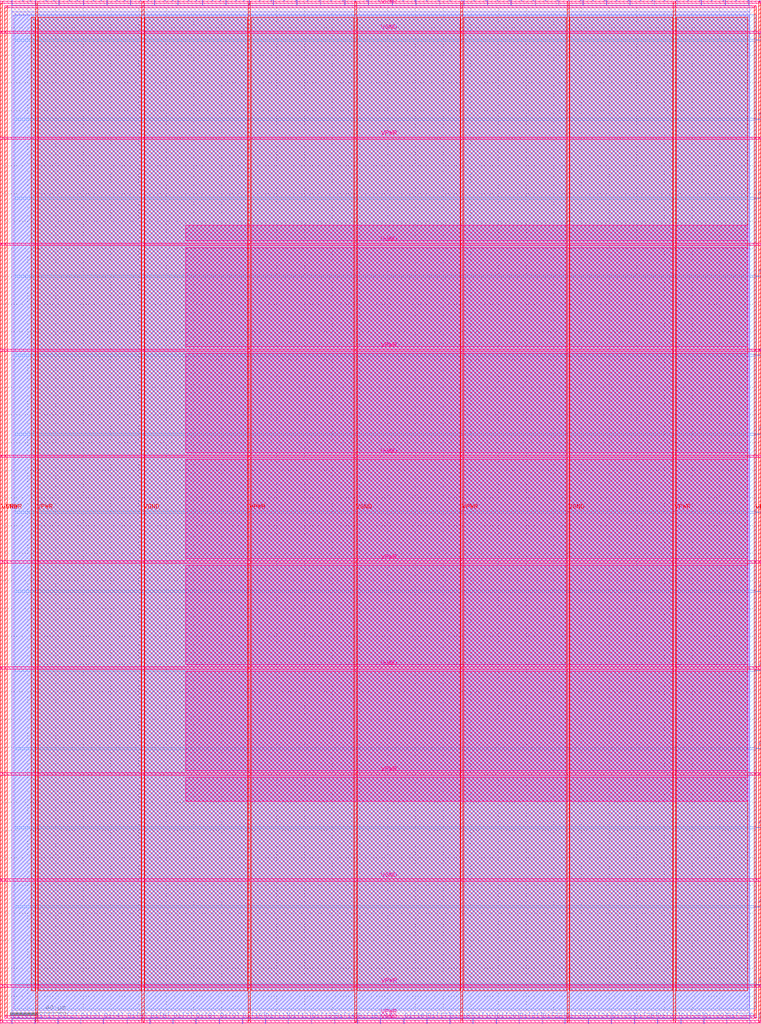
<source format=lef>
VERSION 5.7 ;
  NOWIREEXTENSIONATPIN ON ;
  DIVIDERCHAR "/" ;
  BUSBITCHARS "[]" ;
MACRO DFFRAM
  CLASS BLOCK ;
  FOREIGN DFFRAM ;
  ORIGIN 0.000 0.000 ;
  SIZE 550.000 BY 740.000 ;
  PIN A[0]
    DIRECTION INPUT ;
    USE SIGNAL ;
    PORT
      LAYER met3 ;
        RECT 546.000 27.920 550.000 28.520 ;
    END
  END A[0]
  PIN A[1]
    DIRECTION INPUT ;
    USE SIGNAL ;
    PORT
      LAYER met3 ;
        RECT 546.000 84.360 550.000 84.960 ;
    END
  END A[1]
  PIN A[2]
    DIRECTION INPUT ;
    USE SIGNAL ;
    PORT
      LAYER met3 ;
        RECT 546.000 141.480 550.000 142.080 ;
    END
  END A[2]
  PIN A[3]
    DIRECTION INPUT ;
    USE SIGNAL ;
    PORT
      LAYER met3 ;
        RECT 546.000 198.600 550.000 199.200 ;
    END
  END A[3]
  PIN A[4]
    DIRECTION INPUT ;
    USE SIGNAL ;
    PORT
      LAYER met3 ;
        RECT 546.000 255.040 550.000 255.640 ;
    END
  END A[4]
  PIN A[5]
    DIRECTION INPUT ;
    USE SIGNAL ;
    PORT
      LAYER met3 ;
        RECT 546.000 312.160 550.000 312.760 ;
    END
  END A[5]
  PIN A[6]
    DIRECTION INPUT ;
    USE SIGNAL ;
    PORT
      LAYER met3 ;
        RECT 546.000 369.280 550.000 369.880 ;
    END
  END A[6]
  PIN A[7]
    DIRECTION INPUT ;
    USE SIGNAL ;
    PORT
      LAYER met3 ;
        RECT 546.000 425.720 550.000 426.320 ;
    END
  END A[7]
  PIN CLK
    DIRECTION INPUT ;
    USE SIGNAL ;
    PORT
      LAYER met2 ;
        RECT 274.710 0.000 274.990 4.000 ;
    END
  END CLK
  PIN Di[0]
    DIRECTION INPUT ;
    USE SIGNAL ;
    PORT
      LAYER met2 ;
        RECT 8.370 0.000 8.650 4.000 ;
    END
  END Di[0]
  PIN Di[10]
    DIRECTION INPUT ;
    USE SIGNAL ;
    PORT
      LAYER met2 ;
        RECT 174.890 0.000 175.170 4.000 ;
    END
  END Di[10]
  PIN Di[11]
    DIRECTION INPUT ;
    USE SIGNAL ;
    PORT
      LAYER met2 ;
        RECT 191.450 0.000 191.730 4.000 ;
    END
  END Di[11]
  PIN Di[12]
    DIRECTION INPUT ;
    USE SIGNAL ;
    PORT
      LAYER met2 ;
        RECT 208.010 0.000 208.290 4.000 ;
    END
  END Di[12]
  PIN Di[13]
    DIRECTION INPUT ;
    USE SIGNAL ;
    PORT
      LAYER met2 ;
        RECT 225.030 0.000 225.310 4.000 ;
    END
  END Di[13]
  PIN Di[14]
    DIRECTION INPUT ;
    USE SIGNAL ;
    PORT
      LAYER met2 ;
        RECT 241.590 0.000 241.870 4.000 ;
    END
  END Di[14]
  PIN Di[15]
    DIRECTION INPUT ;
    USE SIGNAL ;
    PORT
      LAYER met2 ;
        RECT 258.150 0.000 258.430 4.000 ;
    END
  END Di[15]
  PIN Di[16]
    DIRECTION INPUT ;
    USE SIGNAL ;
    PORT
      LAYER met2 ;
        RECT 291.730 0.000 292.010 4.000 ;
    END
  END Di[16]
  PIN Di[17]
    DIRECTION INPUT ;
    USE SIGNAL ;
    PORT
      LAYER met2 ;
        RECT 308.290 0.000 308.570 4.000 ;
    END
  END Di[17]
  PIN Di[18]
    DIRECTION INPUT ;
    USE SIGNAL ;
    PORT
      LAYER met2 ;
        RECT 324.850 0.000 325.130 4.000 ;
    END
  END Di[18]
  PIN Di[19]
    DIRECTION INPUT ;
    USE SIGNAL ;
    PORT
      LAYER met2 ;
        RECT 341.410 0.000 341.690 4.000 ;
    END
  END Di[19]
  PIN Di[1]
    DIRECTION INPUT ;
    USE SIGNAL ;
    PORT
      LAYER met2 ;
        RECT 24.930 0.000 25.210 4.000 ;
    END
  END Di[1]
  PIN Di[20]
    DIRECTION INPUT ;
    USE SIGNAL ;
    PORT
      LAYER met2 ;
        RECT 358.430 0.000 358.710 4.000 ;
    END
  END Di[20]
  PIN Di[21]
    DIRECTION INPUT ;
    USE SIGNAL ;
    PORT
      LAYER met2 ;
        RECT 374.990 0.000 375.270 4.000 ;
    END
  END Di[21]
  PIN Di[22]
    DIRECTION INPUT ;
    USE SIGNAL ;
    PORT
      LAYER met2 ;
        RECT 391.550 0.000 391.830 4.000 ;
    END
  END Di[22]
  PIN Di[23]
    DIRECTION INPUT ;
    USE SIGNAL ;
    PORT
      LAYER met2 ;
        RECT 408.110 0.000 408.390 4.000 ;
    END
  END Di[23]
  PIN Di[24]
    DIRECTION INPUT ;
    USE SIGNAL ;
    PORT
      LAYER met2 ;
        RECT 425.130 0.000 425.410 4.000 ;
    END
  END Di[24]
  PIN Di[25]
    DIRECTION INPUT ;
    USE SIGNAL ;
    PORT
      LAYER met2 ;
        RECT 441.690 0.000 441.970 4.000 ;
    END
  END Di[25]
  PIN Di[26]
    DIRECTION INPUT ;
    USE SIGNAL ;
    PORT
      LAYER met2 ;
        RECT 458.250 0.000 458.530 4.000 ;
    END
  END Di[26]
  PIN Di[27]
    DIRECTION INPUT ;
    USE SIGNAL ;
    PORT
      LAYER met2 ;
        RECT 474.810 0.000 475.090 4.000 ;
    END
  END Di[27]
  PIN Di[28]
    DIRECTION INPUT ;
    USE SIGNAL ;
    PORT
      LAYER met2 ;
        RECT 491.830 0.000 492.110 4.000 ;
    END
  END Di[28]
  PIN Di[29]
    DIRECTION INPUT ;
    USE SIGNAL ;
    PORT
      LAYER met2 ;
        RECT 508.390 0.000 508.670 4.000 ;
    END
  END Di[29]
  PIN Di[2]
    DIRECTION INPUT ;
    USE SIGNAL ;
    PORT
      LAYER met2 ;
        RECT 41.490 0.000 41.770 4.000 ;
    END
  END Di[2]
  PIN Di[30]
    DIRECTION INPUT ;
    USE SIGNAL ;
    PORT
      LAYER met2 ;
        RECT 524.950 0.000 525.230 4.000 ;
    END
  END Di[30]
  PIN Di[31]
    DIRECTION INPUT ;
    USE SIGNAL ;
    PORT
      LAYER met2 ;
        RECT 541.510 0.000 541.790 4.000 ;
    END
  END Di[31]
  PIN Di[3]
    DIRECTION INPUT ;
    USE SIGNAL ;
    PORT
      LAYER met2 ;
        RECT 58.050 0.000 58.330 4.000 ;
    END
  END Di[3]
  PIN Di[4]
    DIRECTION INPUT ;
    USE SIGNAL ;
    PORT
      LAYER met2 ;
        RECT 74.610 0.000 74.890 4.000 ;
    END
  END Di[4]
  PIN Di[5]
    DIRECTION INPUT ;
    USE SIGNAL ;
    PORT
      LAYER met2 ;
        RECT 91.630 0.000 91.910 4.000 ;
    END
  END Di[5]
  PIN Di[6]
    DIRECTION INPUT ;
    USE SIGNAL ;
    PORT
      LAYER met2 ;
        RECT 108.190 0.000 108.470 4.000 ;
    END
  END Di[6]
  PIN Di[7]
    DIRECTION INPUT ;
    USE SIGNAL ;
    PORT
      LAYER met2 ;
        RECT 124.750 0.000 125.030 4.000 ;
    END
  END Di[7]
  PIN Di[8]
    DIRECTION INPUT ;
    USE SIGNAL ;
    PORT
      LAYER met2 ;
        RECT 141.310 0.000 141.590 4.000 ;
    END
  END Di[8]
  PIN Di[9]
    DIRECTION INPUT ;
    USE SIGNAL ;
    PORT
      LAYER met2 ;
        RECT 158.330 0.000 158.610 4.000 ;
    END
  END Di[9]
  PIN Do[0]
    DIRECTION OUTPUT TRISTATE ;
    USE SIGNAL ;
    PORT
      LAYER met2 ;
        RECT 8.370 736.000 8.650 740.000 ;
    END
  END Do[0]
  PIN Do[10]
    DIRECTION OUTPUT TRISTATE ;
    USE SIGNAL ;
    PORT
      LAYER met2 ;
        RECT 179.950 736.000 180.230 740.000 ;
    END
  END Do[10]
  PIN Do[11]
    DIRECTION OUTPUT TRISTATE ;
    USE SIGNAL ;
    PORT
      LAYER met2 ;
        RECT 197.430 736.000 197.710 740.000 ;
    END
  END Do[11]
  PIN Do[12]
    DIRECTION OUTPUT TRISTATE ;
    USE SIGNAL ;
    PORT
      LAYER met2 ;
        RECT 214.450 736.000 214.730 740.000 ;
    END
  END Do[12]
  PIN Do[13]
    DIRECTION OUTPUT TRISTATE ;
    USE SIGNAL ;
    PORT
      LAYER met2 ;
        RECT 231.470 736.000 231.750 740.000 ;
    END
  END Do[13]
  PIN Do[14]
    DIRECTION OUTPUT TRISTATE ;
    USE SIGNAL ;
    PORT
      LAYER met2 ;
        RECT 248.950 736.000 249.230 740.000 ;
    END
  END Do[14]
  PIN Do[15]
    DIRECTION OUTPUT TRISTATE ;
    USE SIGNAL ;
    PORT
      LAYER met2 ;
        RECT 265.970 736.000 266.250 740.000 ;
    END
  END Do[15]
  PIN Do[16]
    DIRECTION OUTPUT TRISTATE ;
    USE SIGNAL ;
    PORT
      LAYER met2 ;
        RECT 283.450 736.000 283.730 740.000 ;
    END
  END Do[16]
  PIN Do[17]
    DIRECTION OUTPUT TRISTATE ;
    USE SIGNAL ;
    PORT
      LAYER met2 ;
        RECT 300.470 736.000 300.750 740.000 ;
    END
  END Do[17]
  PIN Do[18]
    DIRECTION OUTPUT TRISTATE ;
    USE SIGNAL ;
    PORT
      LAYER met2 ;
        RECT 317.490 736.000 317.770 740.000 ;
    END
  END Do[18]
  PIN Do[19]
    DIRECTION OUTPUT TRISTATE ;
    USE SIGNAL ;
    PORT
      LAYER met2 ;
        RECT 334.970 736.000 335.250 740.000 ;
    END
  END Do[19]
  PIN Do[1]
    DIRECTION OUTPUT TRISTATE ;
    USE SIGNAL ;
    PORT
      LAYER met2 ;
        RECT 25.390 736.000 25.670 740.000 ;
    END
  END Do[1]
  PIN Do[20]
    DIRECTION OUTPUT TRISTATE ;
    USE SIGNAL ;
    PORT
      LAYER met2 ;
        RECT 351.990 736.000 352.270 740.000 ;
    END
  END Do[20]
  PIN Do[21]
    DIRECTION OUTPUT TRISTATE ;
    USE SIGNAL ;
    PORT
      LAYER met2 ;
        RECT 369.010 736.000 369.290 740.000 ;
    END
  END Do[21]
  PIN Do[22]
    DIRECTION OUTPUT TRISTATE ;
    USE SIGNAL ;
    PORT
      LAYER met2 ;
        RECT 386.490 736.000 386.770 740.000 ;
    END
  END Do[22]
  PIN Do[23]
    DIRECTION OUTPUT TRISTATE ;
    USE SIGNAL ;
    PORT
      LAYER met2 ;
        RECT 403.510 736.000 403.790 740.000 ;
    END
  END Do[23]
  PIN Do[24]
    DIRECTION OUTPUT TRISTATE ;
    USE SIGNAL ;
    PORT
      LAYER met2 ;
        RECT 420.990 736.000 421.270 740.000 ;
    END
  END Do[24]
  PIN Do[25]
    DIRECTION OUTPUT TRISTATE ;
    USE SIGNAL ;
    PORT
      LAYER met2 ;
        RECT 438.010 736.000 438.290 740.000 ;
    END
  END Do[25]
  PIN Do[26]
    DIRECTION OUTPUT TRISTATE ;
    USE SIGNAL ;
    PORT
      LAYER met2 ;
        RECT 455.030 736.000 455.310 740.000 ;
    END
  END Do[26]
  PIN Do[27]
    DIRECTION OUTPUT TRISTATE ;
    USE SIGNAL ;
    PORT
      LAYER met2 ;
        RECT 472.510 736.000 472.790 740.000 ;
    END
  END Do[27]
  PIN Do[28]
    DIRECTION OUTPUT TRISTATE ;
    USE SIGNAL ;
    PORT
      LAYER met2 ;
        RECT 489.530 736.000 489.810 740.000 ;
    END
  END Do[28]
  PIN Do[29]
    DIRECTION OUTPUT TRISTATE ;
    USE SIGNAL ;
    PORT
      LAYER met2 ;
        RECT 506.550 736.000 506.830 740.000 ;
    END
  END Do[29]
  PIN Do[2]
    DIRECTION OUTPUT TRISTATE ;
    USE SIGNAL ;
    PORT
      LAYER met2 ;
        RECT 42.410 736.000 42.690 740.000 ;
    END
  END Do[2]
  PIN Do[30]
    DIRECTION OUTPUT TRISTATE ;
    USE SIGNAL ;
    PORT
      LAYER met2 ;
        RECT 524.030 736.000 524.310 740.000 ;
    END
  END Do[30]
  PIN Do[31]
    DIRECTION OUTPUT TRISTATE ;
    USE SIGNAL ;
    PORT
      LAYER met2 ;
        RECT 541.050 736.000 541.330 740.000 ;
    END
  END Do[31]
  PIN Do[3]
    DIRECTION OUTPUT TRISTATE ;
    USE SIGNAL ;
    PORT
      LAYER met2 ;
        RECT 59.890 736.000 60.170 740.000 ;
    END
  END Do[3]
  PIN Do[4]
    DIRECTION OUTPUT TRISTATE ;
    USE SIGNAL ;
    PORT
      LAYER met2 ;
        RECT 76.910 736.000 77.190 740.000 ;
    END
  END Do[4]
  PIN Do[5]
    DIRECTION OUTPUT TRISTATE ;
    USE SIGNAL ;
    PORT
      LAYER met2 ;
        RECT 93.930 736.000 94.210 740.000 ;
    END
  END Do[5]
  PIN Do[6]
    DIRECTION OUTPUT TRISTATE ;
    USE SIGNAL ;
    PORT
      LAYER met2 ;
        RECT 111.410 736.000 111.690 740.000 ;
    END
  END Do[6]
  PIN Do[7]
    DIRECTION OUTPUT TRISTATE ;
    USE SIGNAL ;
    PORT
      LAYER met2 ;
        RECT 128.430 736.000 128.710 740.000 ;
    END
  END Do[7]
  PIN Do[8]
    DIRECTION OUTPUT TRISTATE ;
    USE SIGNAL ;
    PORT
      LAYER met2 ;
        RECT 145.910 736.000 146.190 740.000 ;
    END
  END Do[8]
  PIN Do[9]
    DIRECTION OUTPUT TRISTATE ;
    USE SIGNAL ;
    PORT
      LAYER met2 ;
        RECT 162.930 736.000 163.210 740.000 ;
    END
  END Do[9]
  PIN EN
    DIRECTION INPUT ;
    USE SIGNAL ;
    PORT
      LAYER met3 ;
        RECT 546.000 710.640 550.000 711.240 ;
    END
  END EN
  PIN VGND
    DIRECTION INPUT ;
    USE GROUND ;
    PORT
      LAYER met5 ;
        RECT 0.020 0.780 549.680 2.380 ;
    END
    PORT
      LAYER met5 ;
        RECT 0.020 103.080 549.680 104.680 ;
    END
    PORT
      LAYER met5 ;
        RECT 0.020 256.260 549.680 257.860 ;
    END
    PORT
      LAYER met5 ;
        RECT 0.020 409.440 549.680 411.040 ;
    END
    PORT
      LAYER met5 ;
        RECT 0.020 562.620 549.680 564.220 ;
    END
    PORT
      LAYER met5 ;
        RECT 0.020 715.800 549.680 717.400 ;
    END
    PORT
      LAYER met5 ;
        RECT 0.020 737.460 549.680 739.060 ;
    END
    PORT
      LAYER met4 ;
        RECT 0.020 0.780 1.620 739.060 ;
    END
    PORT
      LAYER met4 ;
        RECT 102.440 0.780 104.040 739.060 ;
    END
    PORT
      LAYER met4 ;
        RECT 256.040 0.780 257.640 739.060 ;
    END
    PORT
      LAYER met4 ;
        RECT 409.640 0.780 411.240 739.060 ;
    END
    PORT
      LAYER met4 ;
        RECT 548.080 0.780 549.680 739.060 ;
    END
  END VGND
  PIN VPWR
    DIRECTION INPUT ;
    USE POWER ;
    PORT
      LAYER met5 ;
        RECT 3.320 4.080 546.380 5.680 ;
    END
    PORT
      LAYER met5 ;
        RECT 0.020 26.490 549.680 28.090 ;
    END
    PORT
      LAYER met5 ;
        RECT 0.020 179.670 549.680 181.270 ;
    END
    PORT
      LAYER met5 ;
        RECT 0.020 332.850 549.680 334.450 ;
    END
    PORT
      LAYER met5 ;
        RECT 0.020 486.030 549.680 487.630 ;
    END
    PORT
      LAYER met5 ;
        RECT 0.020 639.210 549.680 640.810 ;
    END
    PORT
      LAYER met5 ;
        RECT 3.320 734.160 546.380 735.760 ;
    END
    PORT
      LAYER met4 ;
        RECT 3.320 4.080 4.920 735.760 ;
    END
    PORT
      LAYER met4 ;
        RECT 544.780 4.080 546.380 735.760 ;
    END
    PORT
      LAYER met4 ;
        RECT 25.640 0.780 27.240 739.060 ;
    END
    PORT
      LAYER met4 ;
        RECT 179.240 0.780 180.840 739.060 ;
    END
    PORT
      LAYER met4 ;
        RECT 332.840 0.780 334.440 739.060 ;
    END
    PORT
      LAYER met4 ;
        RECT 486.440 0.780 488.040 739.060 ;
    END
  END VPWR
  PIN WE[0]
    DIRECTION INPUT ;
    USE SIGNAL ;
    PORT
      LAYER met3 ;
        RECT 546.000 482.840 550.000 483.440 ;
    END
  END WE[0]
  PIN WE[1]
    DIRECTION INPUT ;
    USE SIGNAL ;
    PORT
      LAYER met3 ;
        RECT 546.000 539.960 550.000 540.560 ;
    END
  END WE[1]
  PIN WE[2]
    DIRECTION INPUT ;
    USE SIGNAL ;
    PORT
      LAYER met3 ;
        RECT 546.000 596.400 550.000 597.000 ;
    END
  END WE[2]
  PIN WE[3]
    DIRECTION INPUT ;
    USE SIGNAL ;
    PORT
      LAYER met3 ;
        RECT 546.000 653.520 550.000 654.120 ;
    END
  END WE[3]
  OBS
      LAYER li1 ;
        RECT 9.345 10.795 541.275 729.045 ;
      LAYER met1 ;
        RECT 8.350 9.900 541.810 731.300 ;
      LAYER met2 ;
        RECT 8.930 735.720 25.110 736.170 ;
        RECT 25.950 735.720 42.130 736.170 ;
        RECT 42.970 735.720 59.610 736.170 ;
        RECT 60.450 735.720 76.630 736.170 ;
        RECT 77.470 735.720 93.650 736.170 ;
        RECT 94.490 735.720 111.130 736.170 ;
        RECT 111.970 735.720 128.150 736.170 ;
        RECT 128.990 735.720 145.630 736.170 ;
        RECT 146.470 735.720 162.650 736.170 ;
        RECT 163.490 735.720 179.670 736.170 ;
        RECT 180.510 735.720 197.150 736.170 ;
        RECT 197.990 735.720 214.170 736.170 ;
        RECT 215.010 735.720 231.190 736.170 ;
        RECT 232.030 735.720 248.670 736.170 ;
        RECT 249.510 735.720 265.690 736.170 ;
        RECT 266.530 735.720 283.170 736.170 ;
        RECT 284.010 735.720 300.190 736.170 ;
        RECT 301.030 735.720 317.210 736.170 ;
        RECT 318.050 735.720 334.690 736.170 ;
        RECT 335.530 735.720 351.710 736.170 ;
        RECT 352.550 735.720 368.730 736.170 ;
        RECT 369.570 735.720 386.210 736.170 ;
        RECT 387.050 735.720 403.230 736.170 ;
        RECT 404.070 735.720 420.710 736.170 ;
        RECT 421.550 735.720 437.730 736.170 ;
        RECT 438.570 735.720 454.750 736.170 ;
        RECT 455.590 735.720 472.230 736.170 ;
        RECT 473.070 735.720 489.250 736.170 ;
        RECT 490.090 735.720 506.270 736.170 ;
        RECT 507.110 735.720 523.750 736.170 ;
        RECT 524.590 735.720 540.770 736.170 ;
        RECT 541.610 735.720 541.790 736.170 ;
        RECT 8.380 4.280 541.790 735.720 ;
        RECT 8.930 3.670 24.650 4.280 ;
        RECT 25.490 3.670 41.210 4.280 ;
        RECT 42.050 3.670 57.770 4.280 ;
        RECT 58.610 3.670 74.330 4.280 ;
        RECT 75.170 3.670 91.350 4.280 ;
        RECT 92.190 3.670 107.910 4.280 ;
        RECT 108.750 3.670 124.470 4.280 ;
        RECT 125.310 3.670 141.030 4.280 ;
        RECT 141.870 3.670 158.050 4.280 ;
        RECT 158.890 3.670 174.610 4.280 ;
        RECT 175.450 3.670 191.170 4.280 ;
        RECT 192.010 3.670 207.730 4.280 ;
        RECT 208.570 3.670 224.750 4.280 ;
        RECT 225.590 3.670 241.310 4.280 ;
        RECT 242.150 3.670 257.870 4.280 ;
        RECT 258.710 3.670 274.430 4.280 ;
        RECT 275.270 3.670 291.450 4.280 ;
        RECT 292.290 3.670 308.010 4.280 ;
        RECT 308.850 3.670 324.570 4.280 ;
        RECT 325.410 3.670 341.130 4.280 ;
        RECT 341.970 3.670 358.150 4.280 ;
        RECT 358.990 3.670 374.710 4.280 ;
        RECT 375.550 3.670 391.270 4.280 ;
        RECT 392.110 3.670 407.830 4.280 ;
        RECT 408.670 3.670 424.850 4.280 ;
        RECT 425.690 3.670 441.410 4.280 ;
        RECT 442.250 3.670 457.970 4.280 ;
        RECT 458.810 3.670 474.530 4.280 ;
        RECT 475.370 3.670 491.550 4.280 ;
        RECT 492.390 3.670 508.110 4.280 ;
        RECT 508.950 3.670 524.670 4.280 ;
        RECT 525.510 3.670 541.230 4.280 ;
      LAYER met3 ;
        RECT 10.645 711.640 546.000 729.125 ;
        RECT 10.645 710.240 545.600 711.640 ;
        RECT 10.645 654.520 546.000 710.240 ;
        RECT 10.645 653.120 545.600 654.520 ;
        RECT 10.645 597.400 546.000 653.120 ;
        RECT 10.645 596.000 545.600 597.400 ;
        RECT 10.645 540.960 546.000 596.000 ;
        RECT 10.645 539.560 545.600 540.960 ;
        RECT 10.645 483.840 546.000 539.560 ;
        RECT 10.645 482.440 545.600 483.840 ;
        RECT 10.645 426.720 546.000 482.440 ;
        RECT 10.645 425.320 545.600 426.720 ;
        RECT 10.645 370.280 546.000 425.320 ;
        RECT 10.645 368.880 545.600 370.280 ;
        RECT 10.645 313.160 546.000 368.880 ;
        RECT 10.645 311.760 545.600 313.160 ;
        RECT 10.645 256.040 546.000 311.760 ;
        RECT 10.645 254.640 545.600 256.040 ;
        RECT 10.645 199.600 546.000 254.640 ;
        RECT 10.645 198.200 545.600 199.600 ;
        RECT 10.645 142.480 546.000 198.200 ;
        RECT 10.645 141.080 545.600 142.480 ;
        RECT 10.645 85.360 546.000 141.080 ;
        RECT 10.645 83.960 545.600 85.360 ;
        RECT 10.645 28.920 546.000 83.960 ;
        RECT 10.645 27.520 545.600 28.920 ;
        RECT 10.645 10.715 546.000 27.520 ;
      LAYER met4 ;
        RECT 22.375 23.975 25.240 727.425 ;
        RECT 27.640 23.975 102.040 727.425 ;
        RECT 104.440 23.975 178.840 727.425 ;
        RECT 181.240 23.975 255.640 727.425 ;
        RECT 258.040 23.975 332.440 727.425 ;
        RECT 334.840 23.975 409.240 727.425 ;
        RECT 411.640 23.975 486.040 727.425 ;
        RECT 488.440 23.975 540.170 727.425 ;
      LAYER met5 ;
        RECT 133.980 565.820 540.380 577.100 ;
        RECT 133.980 489.230 540.380 561.020 ;
        RECT 133.980 412.640 540.380 484.430 ;
        RECT 133.980 336.050 540.380 407.840 ;
        RECT 133.980 259.460 540.380 331.250 ;
        RECT 133.980 182.870 540.380 254.660 ;
        RECT 133.980 160.700 540.380 178.070 ;
  END
END DFFRAM
END LIBRARY


</source>
